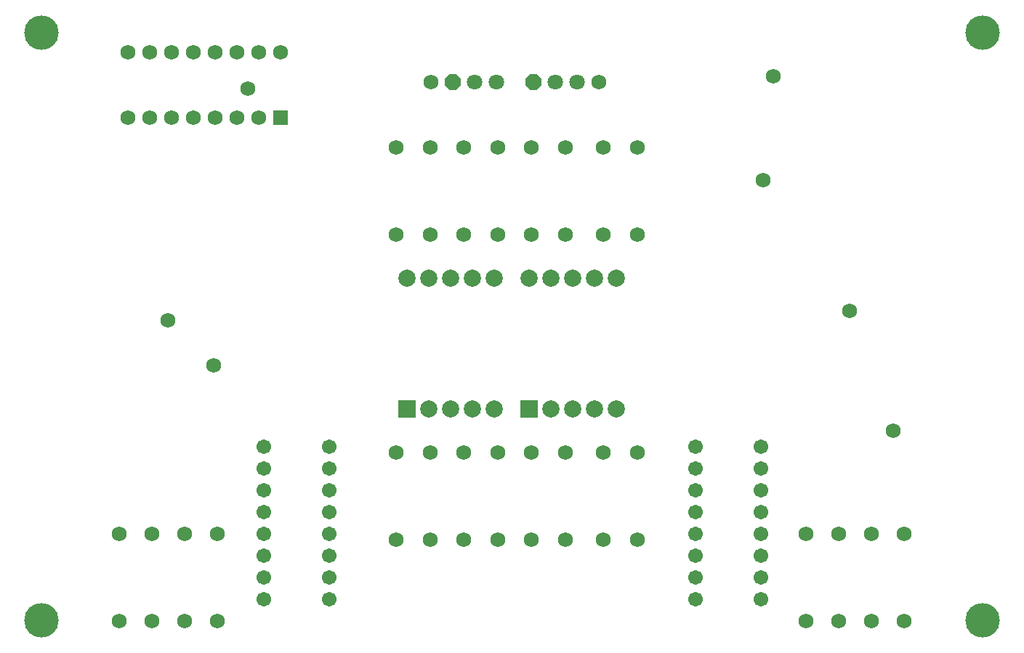
<source format=gbs>
G04*
G04 #@! TF.GenerationSoftware,Altium Limited,CircuitMaker,2.2.1 (6)*
G04*
G04 Layer_Color=8150272*
%FSLAX25Y25*%
%MOIN*%
G70*
G04*
G04 #@! TF.SameCoordinates,C7A46A66-803E-4EFA-A11E-2D709BABBFBD*
G04*
G04*
G04 #@! TF.FilePolarity,Negative*
G04*
G01*
G75*
%ADD13C,0.06706*%
%ADD14R,0.07887X0.07887*%
%ADD15C,0.07887*%
%ADD16C,0.06800*%
%ADD17R,0.06800X0.06800*%
%ADD18C,0.07099*%
%ADD19P,0.07684X8X22.5*%
%ADD20C,0.15800*%
D13*
X301500Y182500D02*
D03*
Y192500D02*
D03*
Y202500D02*
D03*
Y212500D02*
D03*
Y222500D02*
D03*
Y232500D02*
D03*
Y242500D02*
D03*
Y252500D02*
D03*
X331500Y182500D02*
D03*
Y192500D02*
D03*
Y202500D02*
D03*
Y212500D02*
D03*
Y222500D02*
D03*
Y232500D02*
D03*
Y242500D02*
D03*
Y252500D02*
D03*
X499500Y182500D02*
D03*
Y192500D02*
D03*
Y202500D02*
D03*
Y212500D02*
D03*
Y222500D02*
D03*
Y232500D02*
D03*
Y242500D02*
D03*
Y252500D02*
D03*
X529500Y182500D02*
D03*
Y192500D02*
D03*
Y202500D02*
D03*
Y212500D02*
D03*
Y222500D02*
D03*
Y232500D02*
D03*
Y242500D02*
D03*
Y252500D02*
D03*
D14*
X423100Y270000D02*
D03*
X367200D02*
D03*
D15*
X433100D02*
D03*
X443100D02*
D03*
X453100D02*
D03*
X463100D02*
D03*
Y330000D02*
D03*
X453100D02*
D03*
X443100D02*
D03*
X433100D02*
D03*
X423100D02*
D03*
X367200D02*
D03*
X377200D02*
D03*
X387200D02*
D03*
X397200D02*
D03*
X407200D02*
D03*
Y270000D02*
D03*
X397200D02*
D03*
X387200D02*
D03*
X377200D02*
D03*
D16*
X278500Y290000D02*
D03*
X595000Y212500D02*
D03*
Y172500D02*
D03*
X580000Y212500D02*
D03*
Y172500D02*
D03*
X565000Y212500D02*
D03*
Y172500D02*
D03*
X550000Y212500D02*
D03*
Y172500D02*
D03*
X294000Y417000D02*
D03*
X530500Y375000D02*
D03*
X257500Y310500D02*
D03*
X535000Y422500D02*
D03*
X570000Y315000D02*
D03*
X590000Y260000D02*
D03*
X299000Y403500D02*
D03*
X289000D02*
D03*
X279000D02*
D03*
X269000D02*
D03*
X259000D02*
D03*
X249000D02*
D03*
X239000D02*
D03*
Y433500D02*
D03*
X249000D02*
D03*
X259000D02*
D03*
X269000D02*
D03*
X279000D02*
D03*
X289000D02*
D03*
X299000D02*
D03*
X309000D02*
D03*
X378100Y420000D02*
D03*
X455000D02*
D03*
X424100Y390000D02*
D03*
Y350000D02*
D03*
X457100Y210000D02*
D03*
Y250000D02*
D03*
X362100Y390000D02*
D03*
Y350000D02*
D03*
X377600Y390000D02*
D03*
Y350000D02*
D03*
X393100Y390000D02*
D03*
Y350000D02*
D03*
X408600Y390000D02*
D03*
Y350000D02*
D03*
X439600Y390000D02*
D03*
Y350000D02*
D03*
X457100Y390000D02*
D03*
Y350000D02*
D03*
X472600Y390000D02*
D03*
Y350000D02*
D03*
Y250000D02*
D03*
Y210000D02*
D03*
X439600D02*
D03*
Y250000D02*
D03*
X424100Y210000D02*
D03*
Y250000D02*
D03*
X408600Y210000D02*
D03*
Y250000D02*
D03*
X393100Y210000D02*
D03*
Y250000D02*
D03*
X377600Y210000D02*
D03*
Y250000D02*
D03*
X362100Y210000D02*
D03*
Y250000D02*
D03*
X235000Y172500D02*
D03*
Y212500D02*
D03*
X250000Y172500D02*
D03*
Y212500D02*
D03*
X265000Y172500D02*
D03*
Y212500D02*
D03*
X280000Y172500D02*
D03*
Y212500D02*
D03*
D17*
X309000Y403500D02*
D03*
D18*
X408100Y420000D02*
D03*
X398100D02*
D03*
X445000D02*
D03*
X435000D02*
D03*
D19*
X388100D02*
D03*
X425000D02*
D03*
D20*
X199500Y173000D02*
D03*
X631000D02*
D03*
Y442500D02*
D03*
X199500D02*
D03*
M02*

</source>
